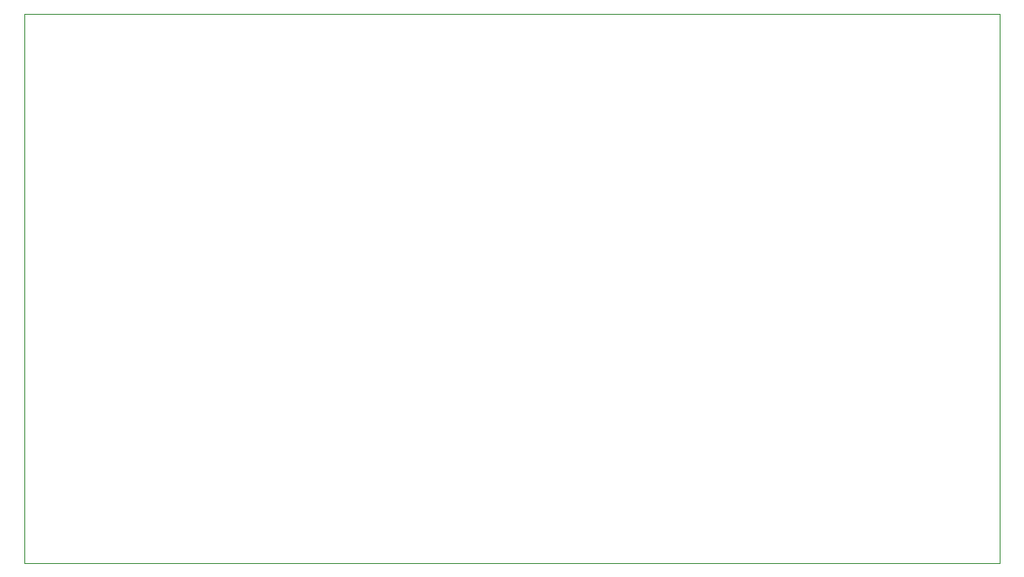
<source format=gbr>
%TF.GenerationSoftware,Altium Limited,Altium Designer,21.2.1 (34)*%
G04 Layer_Color=0*
%FSLAX26Y26*%
%MOIN*%
%TF.SameCoordinates,2E7F18B9-7671-40DC-A7DD-494BE6684AB2*%
%TF.FilePolarity,Positive*%
%TF.FileFunction,Profile,NP*%
%TF.Part,Single*%
G01*
G75*
%TA.AperFunction,Profile*%
%ADD86C,0.001000*%
D86*
X0Y0D02*
Y2106299D01*
X3740157D01*
Y0D01*
X0D01*
%TF.MD5,aae67f2353a96f2f9f61b998e286006e*%
M02*

</source>
